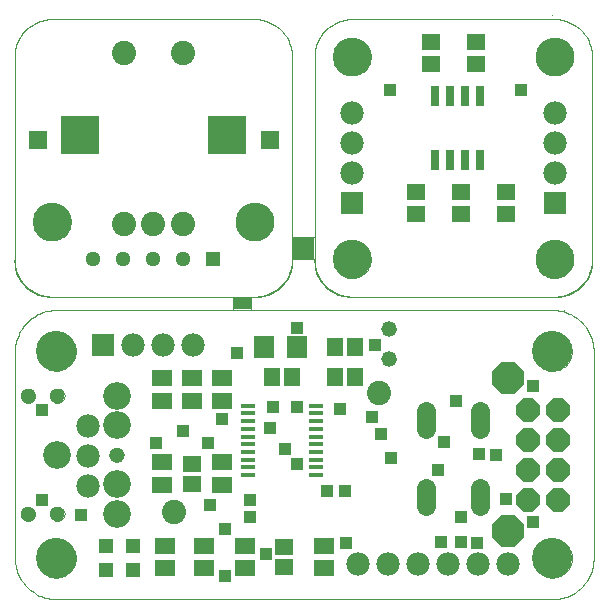
<source format=gts>
G75*
G70*
%OFA0B0*%
%FSLAX24Y24*%
%IPPOS*%
%LPD*%
%AMOC8*
5,1,8,0,0,1.08239X$1,22.5*
%
%ADD10C,0.0000*%
%ADD11R,0.0750X0.0750*%
%ADD12R,0.0591X0.0443*%
%ADD13C,0.0000*%
%ADD14C,0.0926*%
%ADD15C,0.0512*%
%ADD16OC8,0.0780*%
%ADD17R,0.0512X0.0512*%
%ADD18R,0.0670X0.0552*%
%ADD19R,0.0552X0.0631*%
%ADD20R,0.0670X0.0749*%
%ADD21C,0.0808*%
%ADD22R,0.0512X0.0158*%
%ADD23C,0.0520*%
%ADD24R,0.0780X0.0780*%
%ADD25C,0.0780*%
%ADD26R,0.0631X0.0552*%
%ADD27C,0.0631*%
%ADD28C,0.1340*%
%ADD29OC8,0.1040*%
%ADD30R,0.0396X0.0396*%
%ADD31C,0.0000*%
%ADD32C,0.1290*%
%ADD33C,0.0808*%
%ADD34R,0.1306X0.1306*%
%ADD35R,0.0512X0.0512*%
%ADD36C,0.0512*%
%ADD37R,0.0640X0.0640*%
%ADD38C,0.0000*%
%ADD39C,0.1290*%
%ADD40R,0.0780X0.0780*%
%ADD41C,0.0780*%
%ADD42R,0.0276X0.0650*%
%ADD43R,0.0631X0.0552*%
%ADD44R,0.0396X0.0396*%
D10*
X001489Y001583D02*
X001492Y001583D01*
X018027Y001583D01*
X018030Y001583D01*
X018027Y001583D02*
X018099Y001585D01*
X018171Y001591D01*
X018243Y001600D01*
X018314Y001613D01*
X018384Y001630D01*
X018453Y001650D01*
X018521Y001675D01*
X018587Y001702D01*
X018653Y001733D01*
X018716Y001768D01*
X018778Y001805D01*
X018837Y001846D01*
X018894Y001890D01*
X018949Y001937D01*
X019001Y001987D01*
X019051Y002039D01*
X019098Y002094D01*
X019142Y002151D01*
X019183Y002210D01*
X019220Y002272D01*
X019255Y002335D01*
X019286Y002401D01*
X019313Y002467D01*
X019338Y002535D01*
X019358Y002604D01*
X019375Y002674D01*
X019388Y002745D01*
X019397Y002817D01*
X019403Y002889D01*
X019405Y002961D01*
X019405Y009851D01*
X019403Y009923D01*
X019397Y009995D01*
X019388Y010067D01*
X019375Y010138D01*
X019358Y010208D01*
X019338Y010277D01*
X019313Y010345D01*
X019286Y010411D01*
X019255Y010477D01*
X019220Y010540D01*
X019183Y010602D01*
X019142Y010661D01*
X019098Y010718D01*
X019051Y010773D01*
X019001Y010825D01*
X018949Y010875D01*
X018894Y010922D01*
X018837Y010966D01*
X018778Y011007D01*
X018716Y011044D01*
X018653Y011079D01*
X018587Y011110D01*
X018521Y011137D01*
X018453Y011162D01*
X018384Y011182D01*
X018314Y011199D01*
X018243Y011212D01*
X018171Y011221D01*
X018099Y011227D01*
X018027Y011229D01*
X007988Y011229D01*
X007988Y011672D01*
X008100Y011672D01*
X007397Y011672D02*
X007397Y011229D01*
X001492Y011229D01*
X001489Y011229D01*
X001350Y011672D02*
X007397Y011672D01*
X008100Y011672D02*
X008166Y011670D01*
X008232Y011672D01*
X008298Y011678D01*
X008364Y011687D01*
X008429Y011700D01*
X008494Y011717D01*
X008557Y011737D01*
X008619Y011761D01*
X008679Y011788D01*
X008738Y011819D01*
X008796Y011853D01*
X008851Y011890D01*
X008904Y011930D01*
X008954Y011973D01*
X009003Y012018D01*
X009048Y012067D01*
X009091Y012117D01*
X009131Y012170D01*
X009168Y012225D01*
X009202Y012283D01*
X009233Y012342D01*
X009260Y012402D01*
X009284Y012464D01*
X009304Y012527D01*
X009321Y012592D01*
X009334Y012657D01*
X009343Y012723D01*
X009349Y012789D01*
X009351Y012855D01*
X009349Y012921D01*
X009350Y012922D02*
X010100Y012922D01*
X010100Y013672D02*
X010100Y019672D01*
X009350Y019672D02*
X009350Y013672D01*
X010100Y013672D01*
X010100Y012922D02*
X010102Y012854D01*
X010107Y012787D01*
X010116Y012720D01*
X010129Y012653D01*
X010146Y012588D01*
X010165Y012523D01*
X010189Y012459D01*
X010216Y012397D01*
X010246Y012336D01*
X010279Y012278D01*
X010315Y012221D01*
X010355Y012166D01*
X010397Y012113D01*
X010443Y012062D01*
X010490Y012015D01*
X010541Y011969D01*
X010594Y011927D01*
X010649Y011887D01*
X010706Y011851D01*
X010764Y011818D01*
X010825Y011788D01*
X010887Y011761D01*
X010951Y011737D01*
X011016Y011718D01*
X011081Y011701D01*
X011148Y011688D01*
X011215Y011679D01*
X011282Y011674D01*
X011350Y011672D01*
X018100Y011672D01*
X018421Y011229D02*
X018424Y011229D01*
X018100Y011672D02*
X018166Y011670D01*
X018232Y011672D01*
X018298Y011678D01*
X018364Y011687D01*
X018429Y011700D01*
X018494Y011717D01*
X018557Y011737D01*
X018619Y011761D01*
X018679Y011788D01*
X018738Y011819D01*
X018796Y011853D01*
X018851Y011890D01*
X018904Y011930D01*
X018954Y011973D01*
X019003Y012018D01*
X019048Y012067D01*
X019091Y012117D01*
X019131Y012170D01*
X019168Y012225D01*
X019202Y012283D01*
X019233Y012342D01*
X019260Y012402D01*
X019284Y012464D01*
X019304Y012527D01*
X019321Y012592D01*
X019334Y012657D01*
X019343Y012723D01*
X019349Y012789D01*
X019351Y012855D01*
X019349Y012921D01*
X019350Y012922D02*
X019350Y019672D01*
X019348Y019740D01*
X019343Y019807D01*
X019334Y019874D01*
X019321Y019941D01*
X019304Y020006D01*
X019285Y020071D01*
X019261Y020135D01*
X019234Y020197D01*
X019204Y020258D01*
X019171Y020316D01*
X019135Y020373D01*
X019095Y020428D01*
X019053Y020481D01*
X019007Y020532D01*
X018960Y020579D01*
X018909Y020625D01*
X018856Y020667D01*
X018801Y020707D01*
X018744Y020743D01*
X018686Y020776D01*
X018625Y020806D01*
X018563Y020833D01*
X018499Y020857D01*
X018434Y020876D01*
X018369Y020893D01*
X018302Y020906D01*
X018235Y020915D01*
X018168Y020920D01*
X018100Y020922D01*
X018137Y020922D02*
X011350Y020922D01*
X011282Y020920D01*
X011215Y020915D01*
X011148Y020906D01*
X011081Y020893D01*
X011016Y020876D01*
X010951Y020857D01*
X010887Y020833D01*
X010825Y020806D01*
X010764Y020776D01*
X010706Y020743D01*
X010649Y020707D01*
X010594Y020667D01*
X010541Y020625D01*
X010490Y020579D01*
X010443Y020532D01*
X010397Y020481D01*
X010355Y020428D01*
X010315Y020373D01*
X010279Y020316D01*
X010246Y020258D01*
X010216Y020197D01*
X010189Y020135D01*
X010165Y020071D01*
X010146Y020006D01*
X010129Y019941D01*
X010116Y019874D01*
X010107Y019807D01*
X010102Y019740D01*
X010100Y019672D01*
X009350Y019672D02*
X009348Y019740D01*
X009343Y019807D01*
X009334Y019874D01*
X009321Y019941D01*
X009304Y020006D01*
X009285Y020071D01*
X009261Y020135D01*
X009234Y020197D01*
X009204Y020258D01*
X009171Y020316D01*
X009135Y020373D01*
X009095Y020428D01*
X009053Y020481D01*
X009007Y020532D01*
X008960Y020579D01*
X008909Y020625D01*
X008856Y020667D01*
X008801Y020707D01*
X008744Y020743D01*
X008686Y020776D01*
X008625Y020806D01*
X008563Y020833D01*
X008499Y020857D01*
X008434Y020876D01*
X008369Y020893D01*
X008302Y020906D01*
X008235Y020915D01*
X008168Y020920D01*
X008100Y020922D01*
X001350Y020922D01*
X001282Y020920D01*
X001215Y020915D01*
X001148Y020906D01*
X001081Y020893D01*
X001016Y020876D01*
X000951Y020857D01*
X000887Y020833D01*
X000825Y020806D01*
X000764Y020776D01*
X000706Y020743D01*
X000649Y020707D01*
X000594Y020667D01*
X000541Y020625D01*
X000490Y020579D01*
X000443Y020532D01*
X000397Y020481D01*
X000355Y020428D01*
X000315Y020373D01*
X000279Y020316D01*
X000246Y020258D01*
X000216Y020197D01*
X000189Y020135D01*
X000165Y020071D01*
X000146Y020006D01*
X000129Y019941D01*
X000116Y019874D01*
X000107Y019807D01*
X000102Y019740D01*
X000100Y019672D01*
X000100Y012922D01*
X000102Y012854D01*
X000107Y012787D01*
X000116Y012720D01*
X000129Y012653D01*
X000146Y012588D01*
X000165Y012523D01*
X000189Y012459D01*
X000216Y012397D01*
X000246Y012336D01*
X000279Y012278D01*
X000315Y012221D01*
X000355Y012166D01*
X000397Y012113D01*
X000443Y012062D01*
X000490Y012015D01*
X000541Y011969D01*
X000594Y011927D01*
X000649Y011887D01*
X000706Y011851D01*
X000764Y011818D01*
X000825Y011788D01*
X000887Y011761D01*
X000951Y011737D01*
X001016Y011718D01*
X001081Y011701D01*
X001148Y011688D01*
X001215Y011679D01*
X001282Y011674D01*
X001350Y011672D01*
X001492Y011229D02*
X001420Y011227D01*
X001348Y011221D01*
X001276Y011212D01*
X001205Y011199D01*
X001135Y011182D01*
X001066Y011162D01*
X000998Y011137D01*
X000932Y011110D01*
X000866Y011079D01*
X000803Y011044D01*
X000741Y011007D01*
X000682Y010966D01*
X000625Y010922D01*
X000570Y010875D01*
X000518Y010825D01*
X000468Y010773D01*
X000421Y010718D01*
X000377Y010661D01*
X000336Y010602D01*
X000299Y010540D01*
X000264Y010477D01*
X000233Y010411D01*
X000206Y010345D01*
X000181Y010277D01*
X000161Y010208D01*
X000144Y010138D01*
X000131Y010067D01*
X000122Y009995D01*
X000116Y009923D01*
X000114Y009851D01*
X000114Y009854D01*
X000114Y009851D02*
X000114Y003001D01*
X000114Y002958D01*
X000113Y003001D02*
X000114Y002928D01*
X000119Y002854D01*
X000127Y002782D01*
X000140Y002710D01*
X000156Y002638D01*
X000175Y002568D01*
X000199Y002498D01*
X000226Y002430D01*
X000257Y002364D01*
X000291Y002299D01*
X000328Y002236D01*
X000369Y002175D01*
X000412Y002117D01*
X000459Y002060D01*
X000509Y002006D01*
X000561Y001955D01*
X000616Y001907D01*
X000673Y001862D01*
X000733Y001819D01*
X000795Y001780D01*
X000859Y001744D01*
X000924Y001712D01*
X000992Y001683D01*
X001060Y001658D01*
X001130Y001636D01*
X001201Y001618D01*
X001273Y001603D01*
X001345Y001593D01*
X001418Y001586D01*
X001491Y001583D01*
X018027Y021072D02*
X018030Y021072D01*
D11*
X009725Y013297D03*
D12*
X007693Y011450D03*
D13*
X1489Y1583D02*
X1492Y1583D01*
X18027Y1583D01*
X18030Y1583D01*
X17380Y2958D02*
X17382Y3008D01*
X17388Y3058D01*
X17398Y3108D01*
X17411Y3156D01*
X17428Y3204D01*
X17449Y3250D01*
X17473Y3294D01*
X17501Y3336D01*
X17532Y3376D01*
X17566Y3413D01*
X17603Y3448D01*
X17642Y3479D01*
X17683Y3508D01*
X17727Y3533D01*
X17773Y3555D01*
X17820Y3573D01*
X17868Y3587D01*
X17917Y3598D01*
X17967Y3605D01*
X18017Y3608D01*
X18068Y3607D01*
X18118Y3602D01*
X18168Y3593D01*
X18216Y3581D01*
X18264Y3564D01*
X18310Y3544D01*
X18355Y3521D01*
X18398Y3494D01*
X18438Y3464D01*
X18476Y3431D01*
X18511Y3395D01*
X18544Y3356D01*
X18573Y3315D01*
X18599Y3272D01*
X18622Y3227D01*
X18641Y3180D01*
X18656Y3132D01*
X18668Y3083D01*
X18676Y3033D01*
X18680Y2983D01*
X18680Y2933D01*
X18676Y2883D01*
X18668Y2833D01*
X18656Y2784D01*
X18641Y2736D01*
X18622Y2689D01*
X18599Y2644D01*
X18573Y2601D01*
X18544Y2560D01*
X18511Y2521D01*
X18476Y2485D01*
X18438Y2452D01*
X18398Y2422D01*
X18355Y2395D01*
X18310Y2372D01*
X18264Y2352D01*
X18216Y2335D01*
X18168Y2323D01*
X18118Y2314D01*
X18068Y2309D01*
X18017Y2308D01*
X17967Y2311D01*
X17917Y2318D01*
X17868Y2329D01*
X17820Y2343D01*
X17773Y2361D01*
X17727Y2383D01*
X17683Y2408D01*
X17642Y2437D01*
X17603Y2468D01*
X17566Y2503D01*
X17532Y2540D01*
X17501Y2580D01*
X17473Y2622D01*
X17449Y2666D01*
X17428Y2712D01*
X17411Y2760D01*
X17398Y2808D01*
X17388Y2858D01*
X17382Y2908D01*
X17380Y2958D01*
X18027Y1583D02*
X18099Y1585D01*
X18171Y1591D01*
X18243Y1600D01*
X18314Y1613D01*
X18384Y1630D01*
X18453Y1650D01*
X18521Y1675D01*
X18587Y1702D01*
X18653Y1733D01*
X18716Y1768D01*
X18778Y1805D01*
X18837Y1846D01*
X18894Y1890D01*
X18949Y1937D01*
X19001Y1987D01*
X19051Y2039D01*
X19098Y2094D01*
X19142Y2151D01*
X19183Y2210D01*
X19220Y2272D01*
X19255Y2335D01*
X19286Y2401D01*
X19313Y2467D01*
X19338Y2535D01*
X19358Y2604D01*
X19375Y2674D01*
X19388Y2745D01*
X19397Y2817D01*
X19403Y2889D01*
X19405Y2961D01*
X19405Y9851D01*
X17377Y9851D02*
X17379Y9901D01*
X17385Y9951D01*
X17395Y10001D01*
X17408Y10049D01*
X17425Y10097D01*
X17446Y10143D01*
X17470Y10187D01*
X17498Y10229D01*
X17529Y10269D01*
X17563Y10306D01*
X17600Y10341D01*
X17639Y10372D01*
X17680Y10401D01*
X17724Y10426D01*
X17770Y10448D01*
X17817Y10466D01*
X17865Y10480D01*
X17914Y10491D01*
X17964Y10498D01*
X18014Y10501D01*
X18065Y10500D01*
X18115Y10495D01*
X18165Y10486D01*
X18213Y10474D01*
X18261Y10457D01*
X18307Y10437D01*
X18352Y10414D01*
X18395Y10387D01*
X18435Y10357D01*
X18473Y10324D01*
X18508Y10288D01*
X18541Y10249D01*
X18570Y10208D01*
X18596Y10165D01*
X18619Y10120D01*
X18638Y10073D01*
X18653Y10025D01*
X18665Y9976D01*
X18673Y9926D01*
X18677Y9876D01*
X18677Y9826D01*
X18673Y9776D01*
X18665Y9726D01*
X18653Y9677D01*
X18638Y9629D01*
X18619Y9582D01*
X18596Y9537D01*
X18570Y9494D01*
X18541Y9453D01*
X18508Y9414D01*
X18473Y9378D01*
X18435Y9345D01*
X18395Y9315D01*
X18352Y9288D01*
X18307Y9265D01*
X18261Y9245D01*
X18213Y9228D01*
X18165Y9216D01*
X18115Y9207D01*
X18065Y9202D01*
X18014Y9201D01*
X17964Y9204D01*
X17914Y9211D01*
X17865Y9222D01*
X17817Y9236D01*
X17770Y9254D01*
X17724Y9276D01*
X17680Y9301D01*
X17639Y9330D01*
X17600Y9361D01*
X17563Y9396D01*
X17529Y9433D01*
X17498Y9473D01*
X17470Y9515D01*
X17446Y9559D01*
X17425Y9605D01*
X17408Y9653D01*
X17395Y9701D01*
X17385Y9751D01*
X17379Y9801D01*
X17377Y9851D01*
X18027Y11229D02*
X18099Y11227D01*
X18171Y11221D01*
X18243Y11212D01*
X18314Y11199D01*
X18384Y11182D01*
X18453Y11162D01*
X18521Y11137D01*
X18587Y11110D01*
X18653Y11079D01*
X18716Y11044D01*
X18778Y11007D01*
X18837Y10966D01*
X18894Y10922D01*
X18949Y10875D01*
X19001Y10825D01*
X19051Y10773D01*
X19098Y10718D01*
X19142Y10661D01*
X19183Y10602D01*
X19220Y10540D01*
X19255Y10477D01*
X19286Y10411D01*
X19313Y10345D01*
X19338Y10277D01*
X19358Y10208D01*
X19375Y10138D01*
X19388Y10067D01*
X19397Y9995D01*
X19403Y9923D01*
X19405Y9851D01*
X18027Y11229D02*
X1492Y11229D01*
X839Y9854D02*
X841Y9904D01*
X847Y9954D01*
X857Y10004D01*
X870Y10052D01*
X887Y10100D01*
X908Y10146D01*
X932Y10190D01*
X960Y10232D01*
X991Y10272D01*
X1025Y10309D01*
X1062Y10344D01*
X1101Y10375D01*
X1142Y10404D01*
X1186Y10429D01*
X1232Y10451D01*
X1279Y10469D01*
X1327Y10483D01*
X1376Y10494D01*
X1426Y10501D01*
X1476Y10504D01*
X1527Y10503D01*
X1577Y10498D01*
X1627Y10489D01*
X1675Y10477D01*
X1723Y10460D01*
X1769Y10440D01*
X1814Y10417D01*
X1857Y10390D01*
X1897Y10360D01*
X1935Y10327D01*
X1970Y10291D01*
X2003Y10252D01*
X2032Y10211D01*
X2058Y10168D01*
X2081Y10123D01*
X2100Y10076D01*
X2115Y10028D01*
X2127Y9979D01*
X2135Y9929D01*
X2139Y9879D01*
X2139Y9829D01*
X2135Y9779D01*
X2127Y9729D01*
X2115Y9680D01*
X2100Y9632D01*
X2081Y9585D01*
X2058Y9540D01*
X2032Y9497D01*
X2003Y9456D01*
X1970Y9417D01*
X1935Y9381D01*
X1897Y9348D01*
X1857Y9318D01*
X1814Y9291D01*
X1769Y9268D01*
X1723Y9248D01*
X1675Y9231D01*
X1627Y9219D01*
X1577Y9210D01*
X1527Y9205D01*
X1476Y9204D01*
X1426Y9207D01*
X1376Y9214D01*
X1327Y9225D01*
X1279Y9239D01*
X1232Y9257D01*
X1186Y9279D01*
X1142Y9304D01*
X1101Y9333D01*
X1062Y9364D01*
X1025Y9399D01*
X991Y9436D01*
X960Y9476D01*
X932Y9518D01*
X908Y9562D01*
X887Y9608D01*
X870Y9656D01*
X857Y9704D01*
X847Y9754D01*
X841Y9804D01*
X839Y9854D01*
X114Y9851D02*
X116Y9923D01*
X122Y9995D01*
X131Y10067D01*
X144Y10138D01*
X161Y10208D01*
X181Y10277D01*
X206Y10345D01*
X233Y10411D01*
X264Y10477D01*
X299Y10540D01*
X336Y10602D01*
X377Y10661D01*
X421Y10718D01*
X468Y10773D01*
X518Y10825D01*
X570Y10875D01*
X625Y10922D01*
X682Y10966D01*
X741Y11007D01*
X803Y11044D01*
X866Y11079D01*
X932Y11110D01*
X998Y11137D01*
X1066Y11162D01*
X1135Y11182D01*
X1205Y11199D01*
X1276Y11212D01*
X1348Y11221D01*
X1420Y11227D01*
X1492Y11229D01*
X114Y9854D02*
X114Y9851D01*
X114Y3001D01*
X114Y2958D01*
X839Y2958D02*
X841Y3008D01*
X847Y3058D01*
X857Y3108D01*
X870Y3156D01*
X887Y3204D01*
X908Y3250D01*
X932Y3294D01*
X960Y3336D01*
X991Y3376D01*
X1025Y3413D01*
X1062Y3448D01*
X1101Y3479D01*
X1142Y3508D01*
X1186Y3533D01*
X1232Y3555D01*
X1279Y3573D01*
X1327Y3587D01*
X1376Y3598D01*
X1426Y3605D01*
X1476Y3608D01*
X1527Y3607D01*
X1577Y3602D01*
X1627Y3593D01*
X1675Y3581D01*
X1723Y3564D01*
X1769Y3544D01*
X1814Y3521D01*
X1857Y3494D01*
X1897Y3464D01*
X1935Y3431D01*
X1970Y3395D01*
X2003Y3356D01*
X2032Y3315D01*
X2058Y3272D01*
X2081Y3227D01*
X2100Y3180D01*
X2115Y3132D01*
X2127Y3083D01*
X2135Y3033D01*
X2139Y2983D01*
X2139Y2933D01*
X2135Y2883D01*
X2127Y2833D01*
X2115Y2784D01*
X2100Y2736D01*
X2081Y2689D01*
X2058Y2644D01*
X2032Y2601D01*
X2003Y2560D01*
X1970Y2521D01*
X1935Y2485D01*
X1897Y2452D01*
X1857Y2422D01*
X1814Y2395D01*
X1769Y2372D01*
X1723Y2352D01*
X1675Y2335D01*
X1627Y2323D01*
X1577Y2314D01*
X1527Y2309D01*
X1476Y2308D01*
X1426Y2311D01*
X1376Y2318D01*
X1327Y2329D01*
X1279Y2343D01*
X1232Y2361D01*
X1186Y2383D01*
X1142Y2408D01*
X1101Y2437D01*
X1062Y2468D01*
X1025Y2503D01*
X991Y2540D01*
X960Y2580D01*
X932Y2622D01*
X908Y2666D01*
X887Y2712D01*
X870Y2760D01*
X857Y2808D01*
X847Y2858D01*
X841Y2908D01*
X839Y2958D01*
X113Y3001D02*
X114Y2928D01*
X119Y2854D01*
X127Y2782D01*
X140Y2710D01*
X156Y2638D01*
X175Y2568D01*
X199Y2498D01*
X226Y2430D01*
X257Y2364D01*
X291Y2299D01*
X328Y2236D01*
X369Y2175D01*
X412Y2117D01*
X459Y2060D01*
X509Y2006D01*
X561Y1955D01*
X616Y1907D01*
X673Y1862D01*
X733Y1819D01*
X795Y1780D01*
X859Y1744D01*
X924Y1712D01*
X992Y1683D01*
X1060Y1658D01*
X1130Y1636D01*
X1201Y1618D01*
X1273Y1603D01*
X1345Y1593D01*
X1418Y1586D01*
X1491Y1583D01*
X1295Y4434D02*
X1297Y4464D01*
X1303Y4494D01*
X1312Y4523D01*
X1325Y4550D01*
X1342Y4575D01*
X1361Y4598D01*
X1384Y4619D01*
X1409Y4636D01*
X1435Y4650D01*
X1464Y4660D01*
X1493Y4667D01*
X1523Y4670D01*
X1554Y4669D01*
X1584Y4664D01*
X1613Y4655D01*
X1640Y4643D01*
X1666Y4628D01*
X1690Y4609D01*
X1711Y4587D01*
X1729Y4563D01*
X1744Y4536D01*
X1755Y4508D01*
X1763Y4479D01*
X1767Y4449D01*
X1767Y4419D01*
X1763Y4389D01*
X1755Y4360D01*
X1744Y4332D01*
X1729Y4305D01*
X1711Y4281D01*
X1690Y4259D01*
X1666Y4240D01*
X1640Y4225D01*
X1613Y4213D01*
X1584Y4204D01*
X1554Y4199D01*
X1523Y4198D01*
X1493Y4201D01*
X1464Y4208D01*
X1435Y4218D01*
X1409Y4232D01*
X1384Y4249D01*
X1361Y4270D01*
X1342Y4293D01*
X1325Y4318D01*
X1312Y4345D01*
X1303Y4374D01*
X1297Y4404D01*
X1295Y4434D01*
X311Y4434D02*
X313Y4464D01*
X319Y4494D01*
X328Y4523D01*
X341Y4550D01*
X358Y4575D01*
X377Y4598D01*
X400Y4619D01*
X425Y4636D01*
X451Y4650D01*
X480Y4660D01*
X509Y4667D01*
X539Y4670D01*
X570Y4669D01*
X600Y4664D01*
X629Y4655D01*
X656Y4643D01*
X682Y4628D01*
X706Y4609D01*
X727Y4587D01*
X745Y4563D01*
X760Y4536D01*
X771Y4508D01*
X779Y4479D01*
X783Y4449D01*
X783Y4419D01*
X779Y4389D01*
X771Y4360D01*
X760Y4332D01*
X745Y4305D01*
X727Y4281D01*
X706Y4259D01*
X682Y4240D01*
X656Y4225D01*
X629Y4213D01*
X600Y4204D01*
X570Y4199D01*
X539Y4198D01*
X509Y4201D01*
X480Y4208D01*
X451Y4218D01*
X425Y4232D01*
X400Y4249D01*
X377Y4270D01*
X358Y4293D01*
X341Y4318D01*
X328Y4345D01*
X319Y4374D01*
X313Y4404D01*
X311Y4434D01*
X3264Y6402D02*
X3266Y6432D01*
X3272Y6462D01*
X3281Y6491D01*
X3294Y6518D01*
X3311Y6543D01*
X3330Y6566D01*
X3353Y6587D01*
X3378Y6604D01*
X3404Y6618D01*
X3433Y6628D01*
X3462Y6635D01*
X3492Y6638D01*
X3523Y6637D01*
X3553Y6632D01*
X3582Y6623D01*
X3609Y6611D01*
X3635Y6596D01*
X3659Y6577D01*
X3680Y6555D01*
X3698Y6531D01*
X3713Y6504D01*
X3724Y6476D01*
X3732Y6447D01*
X3736Y6417D01*
X3736Y6387D01*
X3732Y6357D01*
X3724Y6328D01*
X3713Y6300D01*
X3698Y6273D01*
X3680Y6249D01*
X3659Y6227D01*
X3635Y6208D01*
X3609Y6193D01*
X3582Y6181D01*
X3553Y6172D01*
X3523Y6167D01*
X3492Y6166D01*
X3462Y6169D01*
X3433Y6176D01*
X3404Y6186D01*
X3378Y6200D01*
X3353Y6217D01*
X3330Y6238D01*
X3311Y6261D01*
X3294Y6286D01*
X3281Y6313D01*
X3272Y6342D01*
X3266Y6372D01*
X3264Y6402D01*
X1295Y8371D02*
X1297Y8401D01*
X1303Y8431D01*
X1312Y8460D01*
X1325Y8487D01*
X1342Y8512D01*
X1361Y8535D01*
X1384Y8556D01*
X1409Y8573D01*
X1435Y8587D01*
X1464Y8597D01*
X1493Y8604D01*
X1523Y8607D01*
X1554Y8606D01*
X1584Y8601D01*
X1613Y8592D01*
X1640Y8580D01*
X1666Y8565D01*
X1690Y8546D01*
X1711Y8524D01*
X1729Y8500D01*
X1744Y8473D01*
X1755Y8445D01*
X1763Y8416D01*
X1767Y8386D01*
X1767Y8356D01*
X1763Y8326D01*
X1755Y8297D01*
X1744Y8269D01*
X1729Y8242D01*
X1711Y8218D01*
X1690Y8196D01*
X1666Y8177D01*
X1640Y8162D01*
X1613Y8150D01*
X1584Y8141D01*
X1554Y8136D01*
X1523Y8135D01*
X1493Y8138D01*
X1464Y8145D01*
X1435Y8155D01*
X1409Y8169D01*
X1384Y8186D01*
X1361Y8207D01*
X1342Y8230D01*
X1325Y8255D01*
X1312Y8282D01*
X1303Y8311D01*
X1297Y8341D01*
X1295Y8371D01*
X311Y8371D02*
X313Y8401D01*
X319Y8431D01*
X328Y8460D01*
X341Y8487D01*
X358Y8512D01*
X377Y8535D01*
X400Y8556D01*
X425Y8573D01*
X451Y8587D01*
X480Y8597D01*
X509Y8604D01*
X539Y8607D01*
X570Y8606D01*
X600Y8601D01*
X629Y8592D01*
X656Y8580D01*
X682Y8565D01*
X706Y8546D01*
X727Y8524D01*
X745Y8500D01*
X760Y8473D01*
X771Y8445D01*
X779Y8416D01*
X783Y8386D01*
X783Y8356D01*
X779Y8326D01*
X771Y8297D01*
X760Y8269D01*
X745Y8242D01*
X727Y8218D01*
X706Y8196D01*
X682Y8177D01*
X656Y8162D01*
X629Y8150D01*
X600Y8141D01*
X570Y8136D01*
X539Y8135D01*
X509Y8138D01*
X480Y8145D01*
X451Y8155D01*
X425Y8169D01*
X400Y8186D01*
X377Y8207D01*
X358Y8230D01*
X341Y8255D01*
X328Y8282D01*
X319Y8311D01*
X313Y8341D01*
X311Y8371D01*
D14*
X3500Y8371D03*
X3500Y7386D03*
X1531Y6402D03*
X3500Y5418D03*
X3500Y4434D03*
D15*
X1531Y4434D03*
X547Y4434D03*
X3500Y6402D03*
X1531Y8371D03*
X547Y8371D03*
D16*
X17228Y7899D03*
X18228Y7899D03*
X18228Y6899D03*
X17228Y6899D03*
X17228Y5899D03*
X18228Y5899D03*
X18228Y4899D03*
X17228Y4899D03*
D17*
X4051Y3375D03*
X3165Y3375D03*
X3165Y2548D03*
X4051Y2548D03*
D18*
X5116Y2616D03*
X5116Y3364D03*
X6403Y3370D03*
X6403Y2622D03*
X7791Y2617D03*
X7791Y3365D03*
X10412Y3364D03*
X10412Y2616D03*
X7014Y5400D03*
X7014Y6148D03*
X5014Y6157D03*
X5014Y5409D03*
X5014Y8209D03*
X6014Y8209D03*
X7014Y8209D03*
X7014Y8957D03*
X6014Y8957D03*
X5014Y8957D03*
D19*
X8679Y8983D03*
X9348Y8983D03*
X10779Y8983D03*
X11448Y8983D03*
X11448Y9983D03*
X10779Y9983D03*
D20*
X9515Y9991D03*
X8413Y9991D03*
D21*
X12233Y8449D03*
X5414Y4512D03*
D22*
X7872Y5732D03*
X7872Y5988D03*
X7872Y6243D03*
X7872Y6499D03*
X7872Y6755D03*
X7872Y7011D03*
X7872Y7267D03*
X7872Y7523D03*
X7872Y7779D03*
X7872Y8035D03*
X10155Y8035D03*
X10155Y7779D03*
X10155Y7523D03*
X10155Y7267D03*
X10155Y7011D03*
X10155Y6755D03*
X10155Y6499D03*
X10155Y6243D03*
X10155Y5988D03*
X10155Y5732D03*
D23*
X12592Y9612D03*
X12592Y10612D03*
D24*
X3058Y10062D03*
D25*
X4058Y10062D03*
X5058Y10062D03*
X6058Y10062D03*
X2534Y7373D03*
X2534Y6373D03*
X2534Y5373D03*
X11545Y2759D03*
X12545Y2759D03*
X13545Y2759D03*
X14545Y2759D03*
X15545Y2759D03*
X16545Y2759D03*
D26*
X9096Y2665D03*
X9096Y3335D03*
X6020Y5439D03*
X6020Y6108D03*
D27*
X13828Y5299D02*
X13828Y4708D01*
X15600Y4708D02*
X15600Y5299D01*
X15600Y7267D02*
X15600Y7858D01*
X13828Y7858D02*
X13828Y7267D01*
D28*
X18027Y9851D03*
X18030Y2958D03*
X1489Y2958D03*
X1489Y9854D03*
D29*
X16551Y8965D03*
X16551Y3847D03*
D30*
X17370Y4154D03*
X16484Y4941D03*
X14976Y4339D03*
X14968Y3485D03*
X15500Y3465D03*
X14320Y3483D03*
X11137Y3453D03*
X8468Y3112D03*
X7102Y2371D03*
X7102Y3945D03*
X7941Y4339D03*
X7939Y4880D03*
X6614Y4733D03*
X9514Y6083D03*
X9114Y6583D03*
X8614Y7283D03*
X8714Y7983D03*
X9514Y7983D03*
X10964Y7933D03*
X12007Y7677D03*
X12309Y7086D03*
X12651Y6289D03*
X14214Y5883D03*
X15598Y6418D03*
X16136Y6407D03*
X14414Y6833D03*
X14814Y8183D03*
X17370Y8682D03*
X12114Y10078D03*
X9514Y10633D03*
X7517Y9780D03*
X7014Y7583D03*
X5714Y7183D03*
X6564Y6783D03*
X4814Y6783D03*
X1014Y7883D03*
X1014Y4883D03*
X2301Y4396D03*
X10514Y5183D03*
X11114Y5183D03*
D31*
X1350Y11672D02*
X8100Y11672D01*
X8168Y11674D01*
X8235Y11679D01*
X8302Y11688D01*
X8369Y11701D01*
X8434Y11718D01*
X8499Y11737D01*
X8563Y11761D01*
X8625Y11788D01*
X8686Y11818D01*
X8744Y11851D01*
X8801Y11887D01*
X8856Y11927D01*
X8909Y11969D01*
X8960Y12015D01*
X9007Y12062D01*
X9053Y12113D01*
X9095Y12166D01*
X9135Y12221D01*
X9171Y12278D01*
X9204Y12336D01*
X9234Y12397D01*
X9261Y12459D01*
X9285Y12523D01*
X9304Y12588D01*
X9321Y12653D01*
X9334Y12720D01*
X9343Y12787D01*
X9348Y12854D01*
X9350Y12922D01*
X9350Y19672D01*
X9348Y19740D01*
X9343Y19807D01*
X9334Y19874D01*
X9321Y19941D01*
X9304Y20006D01*
X9285Y20071D01*
X9261Y20135D01*
X9234Y20197D01*
X9204Y20258D01*
X9171Y20316D01*
X9135Y20373D01*
X9095Y20428D01*
X9053Y20481D01*
X9007Y20532D01*
X8960Y20579D01*
X8909Y20625D01*
X8856Y20667D01*
X8801Y20707D01*
X8744Y20743D01*
X8686Y20776D01*
X8625Y20806D01*
X8563Y20833D01*
X8499Y20857D01*
X8434Y20876D01*
X8369Y20893D01*
X8302Y20906D01*
X8235Y20915D01*
X8168Y20920D01*
X8100Y20922D01*
X1350Y20922D01*
X1282Y20920D01*
X1215Y20915D01*
X1148Y20906D01*
X1081Y20893D01*
X1016Y20876D01*
X951Y20857D01*
X887Y20833D01*
X825Y20806D01*
X764Y20776D01*
X706Y20743D01*
X649Y20707D01*
X594Y20667D01*
X541Y20625D01*
X490Y20579D01*
X443Y20532D01*
X397Y20481D01*
X355Y20428D01*
X315Y20373D01*
X279Y20316D01*
X246Y20258D01*
X216Y20197D01*
X189Y20135D01*
X165Y20071D01*
X146Y20006D01*
X129Y19941D01*
X116Y19874D01*
X107Y19807D01*
X102Y19740D01*
X100Y19672D01*
X100Y12922D01*
X101Y12922D02*
X99Y12856D01*
X101Y12790D01*
X107Y12724D01*
X116Y12658D01*
X129Y12593D01*
X146Y12528D01*
X166Y12465D01*
X190Y12403D01*
X217Y12343D01*
X248Y12284D01*
X282Y12226D01*
X319Y12171D01*
X359Y12118D01*
X402Y12068D01*
X447Y12019D01*
X496Y11974D01*
X546Y11931D01*
X599Y11891D01*
X654Y11854D01*
X712Y11820D01*
X771Y11789D01*
X831Y11762D01*
X893Y11738D01*
X956Y11718D01*
X1021Y11701D01*
X1086Y11688D01*
X1152Y11679D01*
X1218Y11673D01*
X1284Y11671D01*
X1350Y11673D01*
X725Y14172D02*
X727Y14222D01*
X733Y14271D01*
X743Y14320D01*
X756Y14367D01*
X774Y14414D01*
X795Y14459D01*
X819Y14502D01*
X847Y14543D01*
X878Y14582D01*
X912Y14618D01*
X949Y14652D01*
X989Y14682D01*
X1030Y14709D01*
X1074Y14733D01*
X1119Y14753D01*
X1166Y14769D01*
X1214Y14782D01*
X1263Y14791D01*
X1313Y14796D01*
X1362Y14797D01*
X1412Y14794D01*
X1461Y14787D01*
X1510Y14776D01*
X1557Y14762D01*
X1603Y14743D01*
X1648Y14721D01*
X1691Y14696D01*
X1731Y14667D01*
X1769Y14635D01*
X1805Y14601D01*
X1838Y14563D01*
X1867Y14523D01*
X1893Y14481D01*
X1916Y14437D01*
X1935Y14391D01*
X1951Y14344D01*
X1963Y14295D01*
X1971Y14246D01*
X1975Y14197D01*
X1975Y14147D01*
X1971Y14098D01*
X1963Y14049D01*
X1951Y14000D01*
X1935Y13953D01*
X1916Y13907D01*
X1893Y13863D01*
X1867Y13821D01*
X1838Y13781D01*
X1805Y13743D01*
X1769Y13709D01*
X1731Y13677D01*
X1691Y13648D01*
X1648Y13623D01*
X1603Y13601D01*
X1557Y13582D01*
X1510Y13568D01*
X1461Y13557D01*
X1412Y13550D01*
X1362Y13547D01*
X1313Y13548D01*
X1263Y13553D01*
X1214Y13562D01*
X1166Y13575D01*
X1119Y13591D01*
X1074Y13611D01*
X1030Y13635D01*
X989Y13662D01*
X949Y13692D01*
X912Y13726D01*
X878Y13762D01*
X847Y13801D01*
X819Y13842D01*
X795Y13885D01*
X774Y13930D01*
X756Y13977D01*
X743Y14024D01*
X733Y14073D01*
X727Y14122D01*
X725Y14172D01*
X7475Y14172D02*
X7477Y14222D01*
X7483Y14271D01*
X7493Y14320D01*
X7506Y14367D01*
X7524Y14414D01*
X7545Y14459D01*
X7569Y14502D01*
X7597Y14543D01*
X7628Y14582D01*
X7662Y14618D01*
X7699Y14652D01*
X7739Y14682D01*
X7780Y14709D01*
X7824Y14733D01*
X7869Y14753D01*
X7916Y14769D01*
X7964Y14782D01*
X8013Y14791D01*
X8063Y14796D01*
X8112Y14797D01*
X8162Y14794D01*
X8211Y14787D01*
X8260Y14776D01*
X8307Y14762D01*
X8353Y14743D01*
X8398Y14721D01*
X8441Y14696D01*
X8481Y14667D01*
X8519Y14635D01*
X8555Y14601D01*
X8588Y14563D01*
X8617Y14523D01*
X8643Y14481D01*
X8666Y14437D01*
X8685Y14391D01*
X8701Y14344D01*
X8713Y14295D01*
X8721Y14246D01*
X8725Y14197D01*
X8725Y14147D01*
X8721Y14098D01*
X8713Y14049D01*
X8701Y14000D01*
X8685Y13953D01*
X8666Y13907D01*
X8643Y13863D01*
X8617Y13821D01*
X8588Y13781D01*
X8555Y13743D01*
X8519Y13709D01*
X8481Y13677D01*
X8441Y13648D01*
X8398Y13623D01*
X8353Y13601D01*
X8307Y13582D01*
X8260Y13568D01*
X8211Y13557D01*
X8162Y13550D01*
X8112Y13547D01*
X8063Y13548D01*
X8013Y13553D01*
X7964Y13562D01*
X7916Y13575D01*
X7869Y13591D01*
X7824Y13611D01*
X7780Y13635D01*
X7739Y13662D01*
X7699Y13692D01*
X7662Y13726D01*
X7628Y13762D01*
X7597Y13801D01*
X7569Y13842D01*
X7545Y13885D01*
X7524Y13930D01*
X7506Y13977D01*
X7493Y14024D01*
X7483Y14073D01*
X7477Y14122D01*
X7475Y14172D01*
D32*
X8100Y14172D03*
X1350Y14172D03*
D33*
X3741Y14094D03*
X4725Y14094D03*
X5709Y14094D03*
X5709Y19803D03*
X3741Y19803D03*
D34*
X2277Y17047D03*
X7173Y17047D03*
D35*
X6725Y12922D03*
D36*
X5725Y12922D03*
X4725Y12922D03*
X3725Y12922D03*
X2725Y12922D03*
D37*
X875Y16897D03*
X8625Y16897D03*
D38*
X10101Y12922D02*
X10099Y12856D01*
X10101Y12790D01*
X10107Y12724D01*
X10116Y12658D01*
X10129Y12593D01*
X10146Y12528D01*
X10166Y12465D01*
X10190Y12403D01*
X10217Y12343D01*
X10248Y12284D01*
X10282Y12226D01*
X10319Y12171D01*
X10359Y12118D01*
X10402Y12068D01*
X10447Y12019D01*
X10496Y11974D01*
X10546Y11931D01*
X10599Y11891D01*
X10654Y11854D01*
X10712Y11820D01*
X10771Y11789D01*
X10831Y11762D01*
X10893Y11738D01*
X10956Y11718D01*
X11021Y11701D01*
X11086Y11688D01*
X11152Y11679D01*
X11218Y11673D01*
X11284Y11671D01*
X11350Y11673D01*
X11350Y11672D02*
X18100Y11672D01*
X18168Y11674D01*
X18235Y11679D01*
X18302Y11688D01*
X18369Y11701D01*
X18434Y11718D01*
X18499Y11737D01*
X18563Y11761D01*
X18625Y11788D01*
X18686Y11818D01*
X18744Y11851D01*
X18801Y11887D01*
X18856Y11927D01*
X18909Y11969D01*
X18960Y12015D01*
X19007Y12062D01*
X19053Y12113D01*
X19095Y12166D01*
X19135Y12221D01*
X19171Y12278D01*
X19204Y12336D01*
X19234Y12397D01*
X19261Y12459D01*
X19285Y12523D01*
X19304Y12588D01*
X19321Y12653D01*
X19334Y12720D01*
X19343Y12787D01*
X19348Y12854D01*
X19350Y12922D01*
X19350Y19672D01*
X19348Y19740D01*
X19343Y19807D01*
X19334Y19874D01*
X19321Y19941D01*
X19304Y20006D01*
X19285Y20071D01*
X19261Y20135D01*
X19234Y20197D01*
X19204Y20258D01*
X19171Y20316D01*
X19135Y20373D01*
X19095Y20428D01*
X19053Y20481D01*
X19007Y20532D01*
X18960Y20579D01*
X18909Y20625D01*
X18856Y20667D01*
X18801Y20707D01*
X18744Y20743D01*
X18686Y20776D01*
X18625Y20806D01*
X18563Y20833D01*
X18499Y20857D01*
X18434Y20876D01*
X18369Y20893D01*
X18302Y20906D01*
X18235Y20915D01*
X18168Y20920D01*
X18100Y20922D01*
X11350Y20922D01*
X10725Y19672D02*
X10727Y19722D01*
X10733Y19771D01*
X10743Y19820D01*
X10756Y19867D01*
X10774Y19914D01*
X10795Y19959D01*
X10819Y20002D01*
X10847Y20043D01*
X10878Y20082D01*
X10912Y20118D01*
X10949Y20152D01*
X10989Y20182D01*
X11030Y20209D01*
X11074Y20233D01*
X11119Y20253D01*
X11166Y20269D01*
X11214Y20282D01*
X11263Y20291D01*
X11313Y20296D01*
X11362Y20297D01*
X11412Y20294D01*
X11461Y20287D01*
X11510Y20276D01*
X11557Y20262D01*
X11603Y20243D01*
X11648Y20221D01*
X11691Y20196D01*
X11731Y20167D01*
X11769Y20135D01*
X11805Y20101D01*
X11838Y20063D01*
X11867Y20023D01*
X11893Y19981D01*
X11916Y19937D01*
X11935Y19891D01*
X11951Y19844D01*
X11963Y19795D01*
X11971Y19746D01*
X11975Y19697D01*
X11975Y19647D01*
X11971Y19598D01*
X11963Y19549D01*
X11951Y19500D01*
X11935Y19453D01*
X11916Y19407D01*
X11893Y19363D01*
X11867Y19321D01*
X11838Y19281D01*
X11805Y19243D01*
X11769Y19209D01*
X11731Y19177D01*
X11691Y19148D01*
X11648Y19123D01*
X11603Y19101D01*
X11557Y19082D01*
X11510Y19068D01*
X11461Y19057D01*
X11412Y19050D01*
X11362Y19047D01*
X11313Y19048D01*
X11263Y19053D01*
X11214Y19062D01*
X11166Y19075D01*
X11119Y19091D01*
X11074Y19111D01*
X11030Y19135D01*
X10989Y19162D01*
X10949Y19192D01*
X10912Y19226D01*
X10878Y19262D01*
X10847Y19301D01*
X10819Y19342D01*
X10795Y19385D01*
X10774Y19430D01*
X10756Y19477D01*
X10743Y19524D01*
X10733Y19573D01*
X10727Y19622D01*
X10725Y19672D01*
X10100Y19672D02*
X10100Y12922D01*
X10725Y12922D02*
X10727Y12972D01*
X10733Y13021D01*
X10743Y13070D01*
X10756Y13117D01*
X10774Y13164D01*
X10795Y13209D01*
X10819Y13252D01*
X10847Y13293D01*
X10878Y13332D01*
X10912Y13368D01*
X10949Y13402D01*
X10989Y13432D01*
X11030Y13459D01*
X11074Y13483D01*
X11119Y13503D01*
X11166Y13519D01*
X11214Y13532D01*
X11263Y13541D01*
X11313Y13546D01*
X11362Y13547D01*
X11412Y13544D01*
X11461Y13537D01*
X11510Y13526D01*
X11557Y13512D01*
X11603Y13493D01*
X11648Y13471D01*
X11691Y13446D01*
X11731Y13417D01*
X11769Y13385D01*
X11805Y13351D01*
X11838Y13313D01*
X11867Y13273D01*
X11893Y13231D01*
X11916Y13187D01*
X11935Y13141D01*
X11951Y13094D01*
X11963Y13045D01*
X11971Y12996D01*
X11975Y12947D01*
X11975Y12897D01*
X11971Y12848D01*
X11963Y12799D01*
X11951Y12750D01*
X11935Y12703D01*
X11916Y12657D01*
X11893Y12613D01*
X11867Y12571D01*
X11838Y12531D01*
X11805Y12493D01*
X11769Y12459D01*
X11731Y12427D01*
X11691Y12398D01*
X11648Y12373D01*
X11603Y12351D01*
X11557Y12332D01*
X11510Y12318D01*
X11461Y12307D01*
X11412Y12300D01*
X11362Y12297D01*
X11313Y12298D01*
X11263Y12303D01*
X11214Y12312D01*
X11166Y12325D01*
X11119Y12341D01*
X11074Y12361D01*
X11030Y12385D01*
X10989Y12412D01*
X10949Y12442D01*
X10912Y12476D01*
X10878Y12512D01*
X10847Y12551D01*
X10819Y12592D01*
X10795Y12635D01*
X10774Y12680D01*
X10756Y12727D01*
X10743Y12774D01*
X10733Y12823D01*
X10727Y12872D01*
X10725Y12922D01*
X10100Y19672D02*
X10102Y19740D01*
X10107Y19807D01*
X10116Y19874D01*
X10129Y19941D01*
X10146Y20006D01*
X10165Y20071D01*
X10189Y20135D01*
X10216Y20197D01*
X10246Y20258D01*
X10279Y20316D01*
X10315Y20373D01*
X10355Y20428D01*
X10397Y20481D01*
X10443Y20532D01*
X10490Y20579D01*
X10541Y20625D01*
X10594Y20667D01*
X10649Y20707D01*
X10706Y20743D01*
X10764Y20776D01*
X10825Y20806D01*
X10887Y20833D01*
X10951Y20857D01*
X11016Y20876D01*
X11081Y20893D01*
X11148Y20906D01*
X11215Y20915D01*
X11282Y20920D01*
X11350Y20922D01*
X17475Y19672D02*
X17477Y19722D01*
X17483Y19771D01*
X17493Y19820D01*
X17506Y19867D01*
X17524Y19914D01*
X17545Y19959D01*
X17569Y20002D01*
X17597Y20043D01*
X17628Y20082D01*
X17662Y20118D01*
X17699Y20152D01*
X17739Y20182D01*
X17780Y20209D01*
X17824Y20233D01*
X17869Y20253D01*
X17916Y20269D01*
X17964Y20282D01*
X18013Y20291D01*
X18063Y20296D01*
X18112Y20297D01*
X18162Y20294D01*
X18211Y20287D01*
X18260Y20276D01*
X18307Y20262D01*
X18353Y20243D01*
X18398Y20221D01*
X18441Y20196D01*
X18481Y20167D01*
X18519Y20135D01*
X18555Y20101D01*
X18588Y20063D01*
X18617Y20023D01*
X18643Y19981D01*
X18666Y19937D01*
X18685Y19891D01*
X18701Y19844D01*
X18713Y19795D01*
X18721Y19746D01*
X18725Y19697D01*
X18725Y19647D01*
X18721Y19598D01*
X18713Y19549D01*
X18701Y19500D01*
X18685Y19453D01*
X18666Y19407D01*
X18643Y19363D01*
X18617Y19321D01*
X18588Y19281D01*
X18555Y19243D01*
X18519Y19209D01*
X18481Y19177D01*
X18441Y19148D01*
X18398Y19123D01*
X18353Y19101D01*
X18307Y19082D01*
X18260Y19068D01*
X18211Y19057D01*
X18162Y19050D01*
X18112Y19047D01*
X18063Y19048D01*
X18013Y19053D01*
X17964Y19062D01*
X17916Y19075D01*
X17869Y19091D01*
X17824Y19111D01*
X17780Y19135D01*
X17739Y19162D01*
X17699Y19192D01*
X17662Y19226D01*
X17628Y19262D01*
X17597Y19301D01*
X17569Y19342D01*
X17545Y19385D01*
X17524Y19430D01*
X17506Y19477D01*
X17493Y19524D01*
X17483Y19573D01*
X17477Y19622D01*
X17475Y19672D01*
X17475Y12922D02*
X17477Y12972D01*
X17483Y13021D01*
X17493Y13070D01*
X17506Y13117D01*
X17524Y13164D01*
X17545Y13209D01*
X17569Y13252D01*
X17597Y13293D01*
X17628Y13332D01*
X17662Y13368D01*
X17699Y13402D01*
X17739Y13432D01*
X17780Y13459D01*
X17824Y13483D01*
X17869Y13503D01*
X17916Y13519D01*
X17964Y13532D01*
X18013Y13541D01*
X18063Y13546D01*
X18112Y13547D01*
X18162Y13544D01*
X18211Y13537D01*
X18260Y13526D01*
X18307Y13512D01*
X18353Y13493D01*
X18398Y13471D01*
X18441Y13446D01*
X18481Y13417D01*
X18519Y13385D01*
X18555Y13351D01*
X18588Y13313D01*
X18617Y13273D01*
X18643Y13231D01*
X18666Y13187D01*
X18685Y13141D01*
X18701Y13094D01*
X18713Y13045D01*
X18721Y12996D01*
X18725Y12947D01*
X18725Y12897D01*
X18721Y12848D01*
X18713Y12799D01*
X18701Y12750D01*
X18685Y12703D01*
X18666Y12657D01*
X18643Y12613D01*
X18617Y12571D01*
X18588Y12531D01*
X18555Y12493D01*
X18519Y12459D01*
X18481Y12427D01*
X18441Y12398D01*
X18398Y12373D01*
X18353Y12351D01*
X18307Y12332D01*
X18260Y12318D01*
X18211Y12307D01*
X18162Y12300D01*
X18112Y12297D01*
X18063Y12298D01*
X18013Y12303D01*
X17964Y12312D01*
X17916Y12325D01*
X17869Y12341D01*
X17824Y12361D01*
X17780Y12385D01*
X17739Y12412D01*
X17699Y12442D01*
X17662Y12476D01*
X17628Y12512D01*
X17597Y12551D01*
X17569Y12592D01*
X17545Y12635D01*
X17524Y12680D01*
X17506Y12727D01*
X17493Y12774D01*
X17483Y12823D01*
X17477Y12872D01*
X17475Y12922D01*
D39*
X18100Y12922D03*
X18100Y19672D03*
X11350Y19672D03*
X11350Y12922D03*
D40*
X11350Y14797D03*
X18100Y14797D03*
D41*
X18100Y15797D03*
X18100Y16797D03*
X18100Y17797D03*
X11350Y17797D03*
X11350Y16797D03*
X11350Y15797D03*
D42*
X14100Y16230D03*
X14600Y16230D03*
X15100Y16230D03*
X15600Y16230D03*
X15600Y18356D03*
X15100Y18356D03*
X14600Y18356D03*
X14100Y18356D03*
D43*
X13975Y19423D03*
X13975Y20171D03*
X15475Y20171D03*
X15475Y19423D03*
X14975Y15171D03*
X14975Y14423D03*
X13475Y14423D03*
X13475Y15171D03*
X16475Y15171D03*
X16475Y14423D03*
D44*
X16975Y18547D03*
X12600Y18547D03*
M02*

</source>
